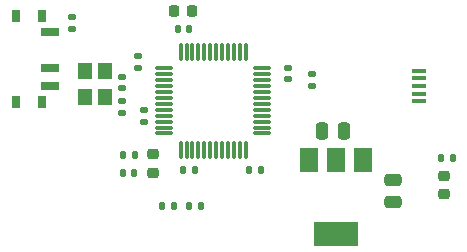
<source format=gbr>
%TF.GenerationSoftware,KiCad,Pcbnew,7.0.9*%
%TF.CreationDate,2024-01-02T09:41:28+05:30*%
%TF.ProjectId,STM32F103C8T6,53544d33-3246-4313-9033-433854362e6b,rev?*%
%TF.SameCoordinates,Original*%
%TF.FileFunction,Paste,Top*%
%TF.FilePolarity,Positive*%
%FSLAX46Y46*%
G04 Gerber Fmt 4.6, Leading zero omitted, Abs format (unit mm)*
G04 Created by KiCad (PCBNEW 7.0.9) date 2024-01-02 09:41:28*
%MOMM*%
%LPD*%
G01*
G04 APERTURE LIST*
G04 Aperture macros list*
%AMRoundRect*
0 Rectangle with rounded corners*
0 $1 Rounding radius*
0 $2 $3 $4 $5 $6 $7 $8 $9 X,Y pos of 4 corners*
0 Add a 4 corners polygon primitive as box body*
4,1,4,$2,$3,$4,$5,$6,$7,$8,$9,$2,$3,0*
0 Add four circle primitives for the rounded corners*
1,1,$1+$1,$2,$3*
1,1,$1+$1,$4,$5*
1,1,$1+$1,$6,$7*
1,1,$1+$1,$8,$9*
0 Add four rect primitives between the rounded corners*
20,1,$1+$1,$2,$3,$4,$5,0*
20,1,$1+$1,$4,$5,$6,$7,0*
20,1,$1+$1,$6,$7,$8,$9,0*
20,1,$1+$1,$8,$9,$2,$3,0*%
G04 Aperture macros list end*
%ADD10RoundRect,0.135000X0.135000X0.185000X-0.135000X0.185000X-0.135000X-0.185000X0.135000X-0.185000X0*%
%ADD11RoundRect,0.250000X0.475000X-0.250000X0.475000X0.250000X-0.475000X0.250000X-0.475000X-0.250000X0*%
%ADD12RoundRect,0.140000X0.140000X0.170000X-0.140000X0.170000X-0.140000X-0.170000X0.140000X-0.170000X0*%
%ADD13RoundRect,0.140000X-0.140000X-0.170000X0.140000X-0.170000X0.140000X0.170000X-0.140000X0.170000X0*%
%ADD14RoundRect,0.135000X-0.135000X-0.185000X0.135000X-0.185000X0.135000X0.185000X-0.135000X0.185000X0*%
%ADD15RoundRect,0.140000X0.170000X-0.140000X0.170000X0.140000X-0.170000X0.140000X-0.170000X-0.140000X0*%
%ADD16RoundRect,0.218750X-0.256250X0.218750X-0.256250X-0.218750X0.256250X-0.218750X0.256250X0.218750X0*%
%ADD17RoundRect,0.250000X-0.250000X-0.475000X0.250000X-0.475000X0.250000X0.475000X-0.250000X0.475000X0*%
%ADD18RoundRect,0.135000X-0.185000X0.135000X-0.185000X-0.135000X0.185000X-0.135000X0.185000X0.135000X0*%
%ADD19R,1.500000X2.000000*%
%ADD20R,3.800000X2.000000*%
%ADD21R,1.300000X0.450000*%
%ADD22R,0.800000X1.000000*%
%ADD23R,1.500000X0.700000*%
%ADD24R,1.200000X1.400000*%
%ADD25RoundRect,0.140000X-0.170000X0.140000X-0.170000X-0.140000X0.170000X-0.140000X0.170000X0.140000X0*%
%ADD26RoundRect,0.075000X-0.662500X-0.075000X0.662500X-0.075000X0.662500X0.075000X-0.662500X0.075000X0*%
%ADD27RoundRect,0.075000X-0.075000X-0.662500X0.075000X-0.662500X0.075000X0.662500X-0.075000X0.662500X0*%
%ADD28RoundRect,0.135000X0.185000X-0.135000X0.185000X0.135000X-0.185000X0.135000X-0.185000X-0.135000X0*%
%ADD29RoundRect,0.225000X-0.225000X-0.250000X0.225000X-0.250000X0.225000X0.250000X-0.225000X0.250000X0*%
G04 APERTURE END LIST*
D10*
%TO.C,R4*%
X68338000Y-103124000D03*
X67318000Y-103124000D03*
%TD*%
D11*
%TO.C,C13*%
X86868000Y-102804000D03*
X86868000Y-100904000D03*
%TD*%
D12*
%TO.C,C8*%
X64968000Y-100330000D03*
X64008000Y-100330000D03*
%TD*%
D13*
%TO.C,C9*%
X69116000Y-100076000D03*
X70076000Y-100076000D03*
%TD*%
D14*
%TO.C,R3*%
X90930000Y-99034500D03*
X91950000Y-99034500D03*
%TD*%
D15*
%TO.C,C11*%
X63920000Y-95222000D03*
X63920000Y-94262000D03*
%TD*%
D12*
%TO.C,C7*%
X64996000Y-98806000D03*
X64036000Y-98806000D03*
%TD*%
D16*
%TO.C,FB1*%
X66548000Y-98755000D03*
X66548000Y-100330000D03*
%TD*%
D17*
%TO.C,C12*%
X80838000Y-96774000D03*
X82738000Y-96774000D03*
%TD*%
D18*
%TO.C,R2*%
X80010000Y-91946000D03*
X80010000Y-92966000D03*
%TD*%
D12*
%TO.C,C3*%
X75664000Y-100076000D03*
X74704000Y-100076000D03*
%TD*%
D14*
%TO.C,R5*%
X69604000Y-103124000D03*
X70624000Y-103124000D03*
%TD*%
D16*
%TO.C,D1*%
X91186000Y-100558500D03*
X91186000Y-102133500D03*
%TD*%
D19*
%TO.C,U2*%
X84342000Y-99212000D03*
X82042000Y-99212000D03*
D20*
X82042000Y-105512000D03*
D19*
X79742000Y-99212000D03*
%TD*%
D21*
%TO.C,J1*%
X89032000Y-94264000D03*
X89032000Y-93614000D03*
X89032000Y-92964000D03*
X89032000Y-92314000D03*
X89032000Y-91664000D03*
%TD*%
D22*
%TO.C,SW1*%
X57135000Y-87028000D03*
X54925000Y-87028000D03*
X57135000Y-94328000D03*
X54925000Y-94328000D03*
D23*
X57785000Y-88428000D03*
X57785000Y-91428000D03*
X57785000Y-92928000D03*
%TD*%
D24*
%TO.C,Y1*%
X60745000Y-91737000D03*
X60745000Y-93937000D03*
X62445000Y-93937000D03*
X62445000Y-91737000D03*
%TD*%
D13*
%TO.C,C1*%
X68636000Y-88138000D03*
X69596000Y-88138000D03*
%TD*%
D15*
%TO.C,C6*%
X65786000Y-95984000D03*
X65786000Y-95024000D03*
%TD*%
D25*
%TO.C,C2*%
X77978000Y-91440000D03*
X77978000Y-92400000D03*
%TD*%
D26*
%TO.C,U1*%
X67465500Y-91484000D03*
X67465500Y-91984000D03*
X67465500Y-92484000D03*
X67465500Y-92984000D03*
X67465500Y-93484000D03*
X67465500Y-93984000D03*
X67465500Y-94484000D03*
X67465500Y-94984000D03*
X67465500Y-95484000D03*
X67465500Y-95984000D03*
X67465500Y-96484000D03*
X67465500Y-96984000D03*
D27*
X68878000Y-98396500D03*
X69378000Y-98396500D03*
X69878000Y-98396500D03*
X70378000Y-98396500D03*
X70878000Y-98396500D03*
X71378000Y-98396500D03*
X71878000Y-98396500D03*
X72378000Y-98396500D03*
X72878000Y-98396500D03*
X73378000Y-98396500D03*
X73878000Y-98396500D03*
X74378000Y-98396500D03*
D26*
X75790500Y-96984000D03*
X75790500Y-96484000D03*
X75790500Y-95984000D03*
X75790500Y-95484000D03*
X75790500Y-94984000D03*
X75790500Y-94484000D03*
X75790500Y-93984000D03*
X75790500Y-93484000D03*
X75790500Y-92984000D03*
X75790500Y-92484000D03*
X75790500Y-91984000D03*
X75790500Y-91484000D03*
D27*
X74378000Y-90071500D03*
X73878000Y-90071500D03*
X73378000Y-90071500D03*
X72878000Y-90071500D03*
X72378000Y-90071500D03*
X71878000Y-90071500D03*
X71378000Y-90071500D03*
X70878000Y-90071500D03*
X70378000Y-90071500D03*
X69878000Y-90071500D03*
X69378000Y-90071500D03*
X68878000Y-90071500D03*
%TD*%
D28*
%TO.C,R1*%
X59690000Y-88140000D03*
X59690000Y-87120000D03*
%TD*%
D15*
%TO.C,C4*%
X65278000Y-91412000D03*
X65278000Y-90452000D03*
%TD*%
%TO.C,C10*%
X63920000Y-93162000D03*
X63920000Y-92202000D03*
%TD*%
D29*
%TO.C,C5*%
X68326000Y-86614000D03*
X69876000Y-86614000D03*
%TD*%
M02*

</source>
